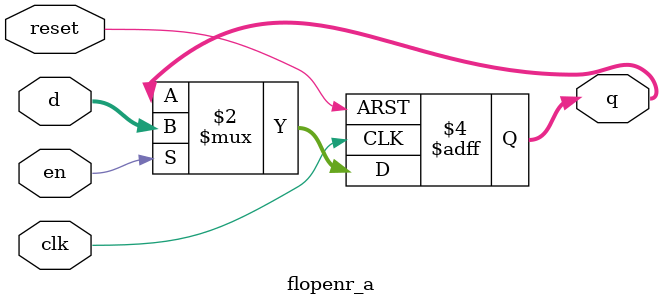
<source format=sv>
module flopenr_a(
	input logic clk,
	input logic reset,
	input logic en,
	input logic [3:0] d,
	output logic [3:0] q
);
	// asynchronouse reset
	always_ff @(posedge clk, posedge reset)
		if (reset) q <= 4'b0;
		else if (en) q <= d;
endmodule

</source>
